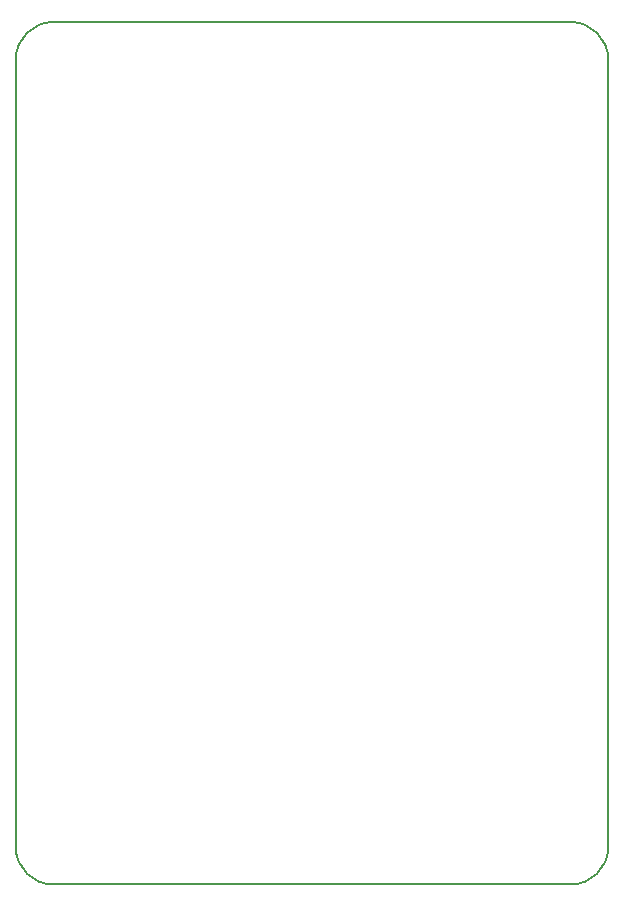
<source format=gbr>
G04 #@! TF.GenerationSoftware,KiCad,Pcbnew,5.0.0-rc2-dev-unknown-f73b9a5~65~ubuntu16.04.1*
G04 #@! TF.CreationDate,2018-05-13T13:10:50+02:00*
G04 #@! TF.ProjectId,Libreductioner,4C6962726564756374696F6E65722E6B,rev?*
G04 #@! TF.SameCoordinates,Original*
G04 #@! TF.FileFunction,Profile,NP*
%FSLAX46Y46*%
G04 Gerber Fmt 4.6, Leading zero omitted, Abs format (unit mm)*
G04 Created by KiCad (PCBNEW 5.0.0-rc2-dev-unknown-f73b9a5~65~ubuntu16.04.1) date Sun May 13 13:10:50 2018*
%MOMM*%
%LPD*%
G01*
G04 APERTURE LIST*
%ADD10C,0.150000*%
G04 APERTURE END LIST*
D10*
X118110000Y-134620000D02*
X118110000Y-80137000D01*
X67945000Y-134620000D02*
X67945000Y-80137000D01*
X114935000Y-64770000D02*
X113665000Y-64770000D01*
X118110000Y-70104000D02*
X118110000Y-67945000D01*
X118110000Y-80137000D02*
X118110000Y-70104000D01*
X67945000Y-80137000D02*
X67945000Y-67945000D01*
X113665000Y-64770000D02*
X71120000Y-64770000D01*
X67945000Y-67945000D02*
G75*
G02X71120000Y-64770000I3175000J0D01*
G01*
X114935000Y-64770000D02*
G75*
G02X118110000Y-67945000I0J-3175000D01*
G01*
X72390000Y-137795000D02*
X71120000Y-137795000D01*
X72390000Y-137795000D02*
X114935000Y-137795000D01*
X71120000Y-137795000D02*
G75*
G02X67945000Y-134620000I0J3175000D01*
G01*
X118110000Y-134620000D02*
G75*
G02X114935000Y-137795000I-3175000J0D01*
G01*
M02*

</source>
